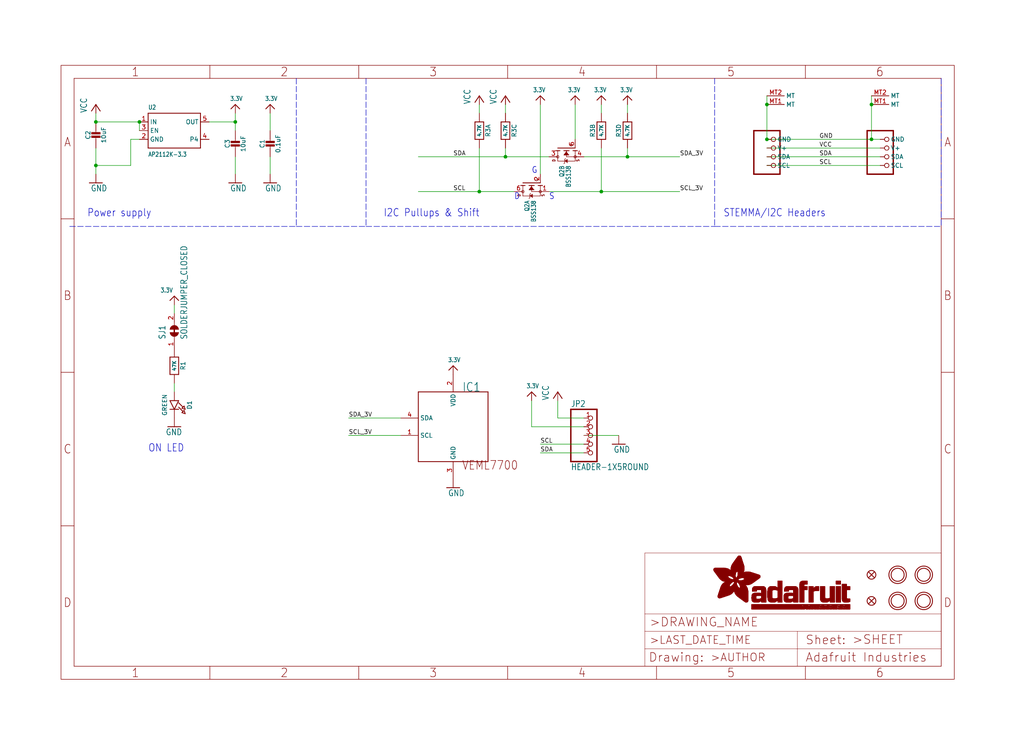
<source format=kicad_sch>
(kicad_sch (version 20211123) (generator eeschema)
  (paper "User" 298.45 217.881)
  (lib_symbols
    (symbol "eagleSchem-eagle-import:3.3V" (power)
      (property "Value" "3.3V" (at -1.524 1.016 0))
      (symbol "3.3V_1_0"
        (pin power_in line (at 0 -2.54 90) (length 2.54) (name "3.3V") (number "1"))
      )
    )
    (symbol "eagleSchem-eagle-import:CAP_CERAMIC0603_NO"
      (property "Reference" "C" (at -2.29 1.25 90))
      (property "Value" "CAP_CERAMIC0603_NO" (at 2.3 1.25 90))
      (symbol "CAP_CERAMIC0603_NO_1_0"
        (pin passive line (at 0 5.08 270) (length 2.54) (name "1") (number "1"))
        (pin passive line (at 0 -2.54 90) (length 2.54) (name "2") (number "2"))
      )
    )
    (symbol "eagleSchem-eagle-import:CAP_CERAMIC0805-NOOUTLINE"
      (property "Reference" "C" (at -2.29 1.25 90))
      (property "Value" "CAP_CERAMIC0805-NOOUTLINE" (at 2.3 1.25 90))
      (symbol "CAP_CERAMIC0805-NOOUTLINE_1_0"
        (pin passive line (at 0 5.08 270) (length 2.54) (name "1") (number "1"))
        (pin passive line (at 0 -2.54 90) (length 2.54) (name "2") (number "2"))
      )
    )
    (symbol "eagleSchem-eagle-import:FIDUCIAL_1MM")
    (symbol "eagleSchem-eagle-import:FRAME_A4_ADAFRUIT"
      (symbol "FRAME_A4_ADAFRUIT_0_0"
        (text "1" (at 21.6958 1.905 0) (effects (font (size 2.54 2.286))))
        (text "1" (at 21.6958 177.165 0) (effects (font (size 2.54 2.286))))
        (text "2" (at 65.0875 1.905 0) (effects (font (size 2.54 2.286))))
        (text "2" (at 65.0875 177.165 0) (effects (font (size 2.54 2.286))))
        (text "3" (at 108.4792 1.905 0) (effects (font (size 2.54 2.286))))
        (text "3" (at 108.4792 177.165 0) (effects (font (size 2.54 2.286))))
        (text "4" (at 151.8708 1.905 0) (effects (font (size 2.54 2.286))))
        (text "4" (at 151.8708 177.165 0) (effects (font (size 2.54 2.286))))
        (text "5" (at 195.2625 1.905 0) (effects (font (size 2.54 2.286))))
        (text "5" (at 195.2625 177.165 0) (effects (font (size 2.54 2.286))))
        (text "6" (at 238.6542 1.905 0) (effects (font (size 2.54 2.286))))
        (text "6" (at 238.6542 177.165 0) (effects (font (size 2.54 2.286))))
        (text "A" (at 1.905 156.6863 0) (effects (font (size 2.54 2.286))))
        (text "A" (at 258.445 156.6863 0) (effects (font (size 2.54 2.286))))
        (text "B" (at 1.905 111.9188 0) (effects (font (size 2.54 2.286))))
        (text "B" (at 258.445 111.9188 0) (effects (font (size 2.54 2.286))))
        (text "C" (at 1.905 67.1513 0) (effects (font (size 2.54 2.286))))
        (text "C" (at 258.445 67.1513 0) (effects (font (size 2.54 2.286))))
        (text "D" (at 1.905 22.3838 0) (effects (font (size 2.54 2.286))))
        (text "D" (at 258.445 22.3838 0) (effects (font (size 2.54 2.286))))
      )
      (symbol "FRAME_A4_ADAFRUIT_1_0"
        (text ">AUTHOR" (at 189.23 5.08 0) (effects (font (size 2.286 2.286)) (justify left bottom)))
        (text ">DRAWING_NAME" (at 171.45 15.24 0) (effects (font (size 2.54 2.54)) (justify left bottom)))
        (text ">LAST_DATE_TIME" (at 171.45 10.16 0) (effects (font (size 2.286 2.286)) (justify left bottom)))
        (text ">SHEET" (at 230.505 10.16 0) (effects (font (size 2.54 2.54)) (justify left bottom)))
        (text "Adafruit Industries" (at 216.916 4.953 0) (effects (font (size 2.54 2.54)) (justify left bottom)))
        (text "Drawing:" (at 171.196 4.953 0) (effects (font (size 2.54 2.54)) (justify left bottom)))
        (text "Sheet:" (at 216.916 10.033 0) (effects (font (size 2.54 2.54)) (justify left bottom)))
      )
    )
    (symbol "eagleSchem-eagle-import:GND" (power)
      (property "Value" "GND" (at -2.54 -2.54 0))
      (symbol "GND_1_0"
        (pin power_in line (at 0 2.54 270) (length 2.54) (name "GND") (number "1"))
      )
    )
    (symbol "eagleSchem-eagle-import:HEADER-1X5ROUND"
      (property "Reference" "JP" (at -6.35 8.255 0))
      (property "Value" "HEADER-1X5ROUND" (at -6.35 -10.16 0))
      (symbol "HEADER-1X5ROUND_1_0"
        (pin passive inverted (at -2.54 5.08 0) (length 2.54) (name "1") (number "1"))
        (pin passive inverted (at -2.54 2.54 0) (length 2.54) (name "2") (number "2"))
        (pin passive inverted (at -2.54 0 0) (length 2.54) (name "3") (number "3"))
        (pin passive inverted (at -2.54 -2.54 0) (length 2.54) (name "4") (number "4"))
        (pin passive inverted (at -2.54 -5.08 0) (length 2.54) (name "5") (number "5"))
      )
    )
    (symbol "eagleSchem-eagle-import:LED0603_NOOUTLINE"
      (property "Reference" "D" (at -1.27 4.445 0))
      (property "Value" "LED0603_NOOUTLINE" (at -1.27 -2.794 0))
      (symbol "LED0603_NOOUTLINE_1_0"
        (pin passive line (at -5.08 0 0) (length 2.54) (name "A") (number "A"))
        (pin passive line (at 2.54 0 180) (length 2.54) (name "C") (number "C"))
      )
    )
    (symbol "eagleSchem-eagle-import:MOSFET-N_DUAL"
      (property "Reference" "Q" (at 5.08 0.635 0))
      (property "Value" "MOSFET-N_DUAL" (at 5.08 -1.27 0))
      (symbol "MOSFET-N_DUAL_1_0"
        (text "D" (at 3.175 3.175 0) (effects (font (size 0.8128 0.6908)) (justify left bottom)))
        (text "G" (at -1.27 -1.905 0) (effects (font (size 0.8128 0.6908)) (justify left bottom)))
        (text "S" (at 3.175 -3.81 0) (effects (font (size 0.8128 0.6908)) (justify left bottom)))
        (pin bidirectional line (at 2.54 -5.08 90) (length 2.54) (name "S") (number "1"))
        (pin bidirectional line (at -2.54 -2.54 0) (length 2.54) (name "G") (number "2"))
        (pin bidirectional line (at 2.54 5.08 270) (length 2.54) (name "D") (number "6"))
      )
      (symbol "MOSFET-N_DUAL_2_0"
        (text "D" (at 3.175 3.175 0) (effects (font (size 0.8128 0.6908)) (justify left bottom)))
        (text "G" (at -1.27 -1.905 0) (effects (font (size 0.8128 0.6908)) (justify left bottom)))
        (text "S" (at 3.175 -3.81 0) (effects (font (size 0.8128 0.6908)) (justify left bottom)))
        (pin bidirectional line (at 2.54 5.08 270) (length 2.54) (name "D") (number "3"))
        (pin bidirectional line (at 2.54 -5.08 90) (length 2.54) (name "S") (number "4"))
        (pin bidirectional line (at -2.54 -2.54 0) (length 2.54) (name "G") (number "5"))
      )
    )
    (symbol "eagleSchem-eagle-import:MOUNTINGHOLE2.5")
    (symbol "eagleSchem-eagle-import:RESISTOR_0603_NOOUT"
      (property "Reference" "R" (at 0 2.54 0))
      (property "Value" "RESISTOR_0603_NOOUT" (at 0 0 0))
      (symbol "RESISTOR_0603_NOOUT_1_0"
        (pin passive line (at -5.08 0 0) (length 2.54) (name "1") (number "1"))
        (pin passive line (at 5.08 0 180) (length 2.54) (name "2") (number "2"))
      )
    )
    (symbol "eagleSchem-eagle-import:RESISTOR_4PACK"
      (property "Reference" "R" (at 0 2.54 0))
      (property "Value" "RESISTOR_4PACK" (at 0 0 0))
      (symbol "RESISTOR_4PACK_1_0"
        (pin passive line (at -5.08 0 0) (length 2.54) (name "1") (number "1"))
        (pin passive line (at 5.08 0 180) (length 2.54) (name "2") (number "8"))
      )
      (symbol "RESISTOR_4PACK_2_0"
        (pin passive line (at -5.08 0 0) (length 2.54) (name "1") (number "2"))
        (pin passive line (at 5.08 0 180) (length 2.54) (name "2") (number "7"))
      )
      (symbol "RESISTOR_4PACK_3_0"
        (pin passive line (at -5.08 0 0) (length 2.54) (name "1") (number "3"))
        (pin passive line (at 5.08 0 180) (length 2.54) (name "2") (number "6"))
      )
      (symbol "RESISTOR_4PACK_4_0"
        (pin passive line (at -5.08 0 0) (length 2.54) (name "1") (number "4"))
        (pin passive line (at 5.08 0 180) (length 2.54) (name "2") (number "5"))
      )
    )
    (symbol "eagleSchem-eagle-import:SOLDERJUMPER_CLOSED"
      (property "Reference" "SJ" (at -2.54 2.54 0))
      (property "Value" "SOLDERJUMPER_CLOSED" (at -2.54 -3.81 0))
      (symbol "SOLDERJUMPER_CLOSED_1_0"
        (pin passive line (at -5.08 0 0) (length 2.54) (name "1") (number "1"))
        (pin passive line (at 5.08 0 180) (length 2.54) (name "2") (number "2"))
      )
    )
    (symbol "eagleSchem-eagle-import:STEMMA_I2C_QT"
      (symbol "STEMMA_I2C_QT_1_0"
        (pin passive inverted (at 0 5.08 0) (length 2.54) (name "GND") (number "1"))
        (pin passive inverted (at 0 2.54 0) (length 2.54) (name "V+") (number "2"))
        (pin passive inverted (at 0 0 0) (length 2.54) (name "SDA") (number "3"))
        (pin passive inverted (at 0 -2.54 0) (length 2.54) (name "SCL") (number "4"))
      )
      (symbol "STEMMA_I2C_QT_2_0"
        (pin bidirectional line (at 0 0 0) (length 5.08) (name "MT") (number "MT1"))
      )
      (symbol "STEMMA_I2C_QT_3_0"
        (pin bidirectional line (at 0 0 0) (length 5.08) (name "MT") (number "MT2"))
      )
    )
    (symbol "eagleSchem-eagle-import:VCC" (power)
      (property "Value" "VCC" (at -2.54 -2.54 90))
      (symbol "VCC_1_0"
        (pin power_in line (at 0 -2.54 90) (length 2.54) (name "VCC") (number "1"))
      )
    )
    (symbol "eagleSchem-eagle-import:VEML7700"
      (property "Reference" "IC" (at 2.54 10.16 0))
      (symbol "VEML7700_1_0"
        (text "VEML7700" (at 2.54 -12.7 0) (effects (font (size 2.54 2.159)) (justify left bottom)))
        (pin bidirectional line (at -15.24 -2.54 0) (length 5.08) (name "SCL") (number "1"))
        (pin power_in line (at 0 15.24 270) (length 5.08) (name "VDD") (number "2"))
        (pin power_in line (at 0 -15.24 90) (length 5.08) (name "GND") (number "3"))
        (pin bidirectional line (at -15.24 2.54 0) (length 5.08) (name "SDA") (number "4"))
      )
    )
    (symbol "eagleSchem-eagle-import:VREG_SOT23-5"
      (property "Reference" "U" (at -7.62 6.096 0))
      (property "Value" "VREG_SOT23-5" (at -7.62 -7.62 0))
      (symbol "VREG_SOT23-5_1_0"
        (pin power_in line (at -10.16 2.54 0) (length 2.54) (name "IN") (number "1"))
        (pin power_in line (at -10.16 -2.54 0) (length 2.54) (name "GND") (number "2"))
        (pin input line (at -10.16 0 0) (length 2.54) (name "EN") (number "3"))
        (pin bidirectional line (at 10.16 -2.54 180) (length 2.54) (name "P4") (number "4"))
        (pin power_in line (at 10.16 2.54 180) (length 2.54) (name "OUT") (number "5"))
      )
    )
  )
  (junction (at 27.94 48.26))
  (junction (at 68.58 35.56))
  (junction (at 40.64 35.56))
  (junction (at 27.94 35.56))
  (junction (at 223.52 40.64))
  (junction (at 147.32 45.72))
  (junction (at 182.88 45.72))
  (junction (at 254 40.64))
  (junction (at 175.26 55.88))
  (junction (at 139.7 55.88))
  (junction (at 223.52 30.48))
  (junction (at 254 30.48))
  (wire (pts (xy 170.18 129.54) (xy 157.48 129.54)))
  (polyline (pts (xy 20.32 66.04) (xy 86.36 66.04)))
  (wire (pts (xy 162.56 121.92) (xy 162.56 116.84)))
  (wire (pts (xy 256.54 40.64) (xy 254 40.64)))
  (wire (pts (xy 182.88 45.72) (xy 198.12 45.72)))
  (wire (pts (xy 68.58 45.72) (xy 68.58 50.8)))
  (wire (pts (xy 147.32 43.18) (xy 147.32 45.72)))
  (wire (pts (xy 68.58 35.56) (xy 68.58 38.1)))
  (wire (pts (xy 175.26 43.18) (xy 175.26 55.88)))
  (wire (pts (xy 154.94 124.46) (xy 154.94 116.84)))
  (wire (pts (xy 50.8 88.9) (xy 50.8 91.44)))
  (wire (pts (xy 254 27.94) (xy 254 30.48)))
  (polyline (pts (xy 106.68 66.04) (xy 208.28 66.04)))
  (wire (pts (xy 60.96 35.56) (xy 68.58 35.56)))
  (wire (pts (xy 175.26 33.02) (xy 175.26 30.48)))
  (wire (pts (xy 182.88 43.18) (xy 182.88 45.72)))
  (wire (pts (xy 78.74 33.02) (xy 78.74 38.1)))
  (wire (pts (xy 27.94 33.02) (xy 27.94 35.56)))
  (wire (pts (xy 40.64 38.1) (xy 40.64 35.56)))
  (wire (pts (xy 170.18 132.08) (xy 157.48 132.08)))
  (wire (pts (xy 139.7 30.48) (xy 139.7 33.02)))
  (wire (pts (xy 170.18 127) (xy 180.34 127)))
  (wire (pts (xy 68.58 35.56) (xy 68.58 33.02)))
  (wire (pts (xy 223.52 27.94) (xy 223.52 30.48)))
  (wire (pts (xy 223.52 43.18) (xy 256.54 43.18)))
  (wire (pts (xy 160.02 45.72) (xy 147.32 45.72)))
  (wire (pts (xy 157.48 50.8) (xy 157.48 30.48)))
  (wire (pts (xy 175.26 55.88) (xy 198.12 55.88)))
  (wire (pts (xy 160.02 55.88) (xy 175.26 55.88)))
  (polyline (pts (xy 208.28 66.04) (xy 274.32 66.04)))
  (wire (pts (xy 38.1 40.64) (xy 38.1 48.26)))
  (wire (pts (xy 223.52 30.48) (xy 223.52 40.64)))
  (wire (pts (xy 147.32 33.02) (xy 147.32 30.48)))
  (wire (pts (xy 254 40.64) (xy 223.52 40.64)))
  (polyline (pts (xy 86.36 22.86) (xy 86.36 66.04)))
  (wire (pts (xy 147.32 45.72) (xy 121.92 45.72)))
  (polyline (pts (xy 106.68 22.86) (xy 106.68 66.04)))
  (wire (pts (xy 167.64 40.64) (xy 167.64 30.48)))
  (wire (pts (xy 254 30.48) (xy 254 40.64)))
  (wire (pts (xy 223.52 48.26) (xy 256.54 48.26)))
  (wire (pts (xy 170.18 45.72) (xy 182.88 45.72)))
  (wire (pts (xy 40.64 35.56) (xy 27.94 35.56)))
  (wire (pts (xy 256.54 45.72) (xy 223.52 45.72)))
  (wire (pts (xy 139.7 43.18) (xy 139.7 55.88)))
  (wire (pts (xy 139.7 55.88) (xy 121.92 55.88)))
  (wire (pts (xy 38.1 48.26) (xy 27.94 48.26)))
  (wire (pts (xy 149.86 55.88) (xy 139.7 55.88)))
  (wire (pts (xy 27.94 48.26) (xy 27.94 43.18)))
  (wire (pts (xy 101.6 127) (xy 116.84 127)))
  (polyline (pts (xy 86.36 66.04) (xy 106.68 66.04)))
  (wire (pts (xy 40.64 40.64) (xy 38.1 40.64)))
  (wire (pts (xy 182.88 33.02) (xy 182.88 30.48)))
  (wire (pts (xy 78.74 45.72) (xy 78.74 50.8)))
  (wire (pts (xy 170.18 124.46) (xy 154.94 124.46)))
  (wire (pts (xy 50.8 114.3) (xy 50.8 111.76)))
  (wire (pts (xy 116.84 121.92) (xy 101.6 121.92)))
  (wire (pts (xy 170.18 121.92) (xy 162.56 121.92)))
  (wire (pts (xy 27.94 48.26) (xy 27.94 50.8)))
  (polyline (pts (xy 274.32 22.86) (xy 274.32 66.04)))
  (polyline (pts (xy 208.28 22.86) (xy 208.28 66.04)))
  (text "I2C Pullups & Shift" (at 111.76 63.5 180) (effects (font (size 2.1844 1.8567)) (justify left bottom)))
  (text "G" (at 154.94 50.8 180) (effects (font (size 1.778 1.5113)) (justify left bottom)))
  (text "Power supply" (at 25.4 63.5 180) (effects (font (size 2.1844 1.8567)) (justify left bottom)))
  (text "S" (at 160.02 58.42 180) (effects (font (size 1.778 1.5113)) (justify left bottom)))
  (text "D" (at 149.86 58.42 180) (effects (font (size 1.778 1.5113)) (justify left bottom)))
  (text "ON LED" (at 43.18 132.08 180) (effects (font (size 2.1844 1.8567)) (justify left bottom)))
  (text "STEMMA/I2C Headers" (at 210.82 63.5 180) (effects (font (size 2.1844 1.8567)) (justify left bottom)))
  (label "SCL_3V" (at 101.6 127 0) (effects (font (size 1.2446 1.2446))))
  (label "SDA_3V" (at 198.12 45.72 0) (effects (font (size 1.2446 1.2446))))
  (label "SDA" (at 132.08 45.72 0) (effects (font (size 1.2446 1.2446))))
  (label "SCL_3V" (at 198.12 55.88 0) (effects (font (size 1.2446 1.2446))))
  (label "SCL" (at 132.08 55.88 0) (effects (font (size 1.2446 1.2446))))
  (label "SDA_3V" (at 101.6 121.92 0) (effects (font (size 1.2446 1.2446))))
  (label "VCC" (at 238.76 43.18 0) (effects (font (size 1.2446 1.2446))))
  (label "SCL" (at 157.48 129.54 0) (effects (font (size 1.2446 1.2446))))
  (label "SDA" (at 238.76 45.72 0) (effects (font (size 1.2446 1.2446))))
  (label "SCL" (at 238.76 48.26 0) (effects (font (size 1.2446 1.2446))))
  (label "GND" (at 238.76 40.64 0) (effects (font (size 1.2446 1.2446))))
  (label "SDA" (at 157.48 132.08 0) (effects (font (size 1.2446 1.2446))))
  (symbol (lib_id "eagleSchem-eagle-import:LED0603_NOOUTLINE") (at 50.8 119.38 270) (unit 1)
    (property "Reference" "D1" (at 55.245 118.11 0))
    (property "Value" "GREEN" (at 48.006 118.11 0))
    (property "Footprint" "eagleSchem:CHIPLED_0603_NOOUTLINE" (effects hide))
  )
  (symbol (lib_id "eagleSchem-eagle-import:CAP_CERAMIC0805-NOOUTLINE") (at 27.94 40.64 0) (unit 1)
    (property "Reference" "C2" (at 25.65 39.39 90))
    (property "Value" "10uF" (at 30.24 39.39 90))
    (property "Footprint" "eagleSchem:0805-NO" (effects hide))
  )
  (symbol (lib_id "eagleSchem-eagle-import:GND") (at 78.74 53.34 0) (unit 1)
    (property "Reference" "#U$6" (effects hide))
    (property "Value" "GND" (at 77.216 55.88 0) (effects (font (size 1.778 1.5113)) (justify left bottom)))
    (property "Footprint" "eagleSchem:" (effects hide))
  )
  (symbol (lib_id "eagleSchem-eagle-import:3.3V") (at 167.64 27.94 0) (mirror y) (unit 1)
    (property "Reference" "#U$23" (effects hide))
    (property "Value" "3.3V" (at 169.164 26.924 0) (effects (font (size 1.27 1.0795)) (justify left bottom)))
    (property "Footprint" "eagleSchem:" (effects hide))
  )
  (symbol (lib_id "eagleSchem-eagle-import:STEMMA_I2C_QT") (at 223.52 27.94 0) (unit 3)
    (property "Reference" "CONN3" (effects hide))
    (property "Value" "STEMMA_I2C_QT" (effects hide))
    (property "Footprint" "eagleSchem:JST_SH4" (effects hide))
  )
  (symbol (lib_id "eagleSchem-eagle-import:FIDUCIAL_1MM") (at 254 175.26 0) (unit 1)
    (property "Reference" "FID3" (effects hide))
    (property "Value" "FIDUCIAL_1MM" (effects hide))
    (property "Footprint" "eagleSchem:FIDUCIAL_1MM" (effects hide))
  )
  (symbol (lib_id "eagleSchem-eagle-import:CAP_CERAMIC0603_NO") (at 78.74 43.18 0) (unit 1)
    (property "Reference" "C1" (at 76.45 41.93 90))
    (property "Value" "0.1uF" (at 81.04 41.93 90))
    (property "Footprint" "eagleSchem:0603-NO" (effects hide))
  )
  (symbol (lib_id "eagleSchem-eagle-import:MOUNTINGHOLE2.5") (at 261.62 167.64 0) (unit 1)
    (property "Reference" "U$17" (effects hide))
    (property "Value" "MOUNTINGHOLE2.5" (effects hide))
    (property "Footprint" "eagleSchem:MOUNTINGHOLE_2.5_PLATED" (effects hide))
  )
  (symbol (lib_id "eagleSchem-eagle-import:GND") (at 68.58 53.34 0) (unit 1)
    (property "Reference" "#U$5" (effects hide))
    (property "Value" "GND" (at 67.056 55.88 0) (effects (font (size 1.778 1.5113)) (justify left bottom)))
    (property "Footprint" "eagleSchem:" (effects hide))
  )
  (symbol (lib_id "eagleSchem-eagle-import:GND") (at 132.08 142.24 0) (unit 1)
    (property "Reference" "#U$28" (effects hide))
    (property "Value" "GND" (at 130.556 144.78 0) (effects (font (size 1.778 1.5113)) (justify left bottom)))
    (property "Footprint" "eagleSchem:" (effects hide))
  )
  (symbol (lib_id "eagleSchem-eagle-import:3.3V") (at 154.94 114.3 0) (unit 1)
    (property "Reference" "#U$40" (effects hide))
    (property "Value" "3.3V" (at 153.416 113.284 0) (effects (font (size 1.27 1.0795)) (justify left bottom)))
    (property "Footprint" "eagleSchem:" (effects hide))
  )
  (symbol (lib_id "eagleSchem-eagle-import:3.3V") (at 175.26 27.94 0) (mirror y) (unit 1)
    (property "Reference" "#U$24" (effects hide))
    (property "Value" "3.3V" (at 176.784 26.924 0) (effects (font (size 1.27 1.0795)) (justify left bottom)))
    (property "Footprint" "eagleSchem:" (effects hide))
  )
  (symbol (lib_id "eagleSchem-eagle-import:MOSFET-N_DUAL") (at 154.94 53.34 90) (mirror x) (unit 1)
    (property "Reference" "Q2" (at 154.305 58.42 0) (effects (font (size 1.27 1.0795)) (justify left bottom)))
    (property "Value" "BSS138" (at 156.21 58.42 0) (effects (font (size 1.27 1.0795)) (justify left bottom)))
    (property "Footprint" "eagleSchem:SOT363" (effects hide))
  )
  (symbol (lib_id "eagleSchem-eagle-import:3.3V") (at 157.48 27.94 0) (mirror y) (unit 1)
    (property "Reference" "#U$26" (effects hide))
    (property "Value" "3.3V" (at 159.004 26.924 0) (effects (font (size 1.27 1.0795)) (justify left bottom)))
    (property "Footprint" "eagleSchem:" (effects hide))
  )
  (symbol (lib_id "eagleSchem-eagle-import:3.3V") (at 50.8 86.36 0) (unit 1)
    (property "Reference" "#U$3" (effects hide))
    (property "Value" "3.3V" (at 46.736 85.344 0) (effects (font (size 1.27 1.0795)) (justify left bottom)))
    (property "Footprint" "eagleSchem:" (effects hide))
  )
  (symbol (lib_id "eagleSchem-eagle-import:FRAME_A4_ADAFRUIT") (at 17.78 198.12 0) (unit 1)
    (property "Reference" "#U$18" (effects hide))
    (property "Value" "FRAME_A4_ADAFRUIT" (effects hide))
    (property "Footprint" "eagleSchem:" (effects hide))
  )
  (symbol (lib_id "eagleSchem-eagle-import:RESISTOR_4PACK") (at 139.7 38.1 270) (unit 1)
    (property "Reference" "R3" (at 142.24 38.1 0))
    (property "Value" "4.7K" (at 139.7 38.1 0) (effects (font (size 1.016 1.016) bold)))
    (property "Footprint" "eagleSchem:RESPACK_4X0603" (effects hide))
  )
  (symbol (lib_id "eagleSchem-eagle-import:3.3V") (at 78.74 30.48 0) (unit 1)
    (property "Reference" "#U$14" (effects hide))
    (property "Value" "3.3V" (at 77.216 29.464 0) (effects (font (size 1.27 1.0795)) (justify left bottom)))
    (property "Footprint" "eagleSchem:" (effects hide))
  )
  (symbol (lib_id "eagleSchem-eagle-import:3.3V") (at 132.08 106.68 0) (unit 1)
    (property "Reference" "#U$29" (effects hide))
    (property "Value" "3.3V" (at 130.556 105.664 0) (effects (font (size 1.27 1.0795)) (justify left bottom)))
    (property "Footprint" "eagleSchem:" (effects hide))
  )
  (symbol (lib_id "eagleSchem-eagle-import:GND") (at 27.94 53.34 0) (unit 1)
    (property "Reference" "#U$13" (effects hide))
    (property "Value" "GND" (at 26.416 55.88 0) (effects (font (size 1.778 1.5113)) (justify left bottom)))
    (property "Footprint" "eagleSchem:" (effects hide))
  )
  (symbol (lib_id "eagleSchem-eagle-import:GND") (at 180.34 129.54 0) (unit 1)
    (property "Reference" "#U$27" (effects hide))
    (property "Value" "GND" (at 178.816 132.08 0) (effects (font (size 1.778 1.5113)) (justify left bottom)))
    (property "Footprint" "eagleSchem:" (effects hide))
  )
  (symbol (lib_id "eagleSchem-eagle-import:RESISTOR_0603_NOOUT") (at 50.8 106.68 270) (unit 1)
    (property "Reference" "R1" (at 53.34 106.68 0))
    (property "Value" "47K" (at 50.8 106.68 0) (effects (font (size 1.016 1.016) bold)))
    (property "Footprint" "eagleSchem:0603-NO" (effects hide))
  )
  (symbol (lib_id "eagleSchem-eagle-import:VREG_SOT23-5") (at 50.8 38.1 0) (unit 1)
    (property "Reference" "U2" (at 43.18 32.004 0) (effects (font (size 1.27 1.0795)) (justify left bottom)))
    (property "Value" "AP2112K-3.3" (at 43.18 45.72 0) (effects (font (size 1.27 1.0795)) (justify left bottom)))
    (property "Footprint" "eagleSchem:SOT23-5" (effects hide))
  )
  (symbol (lib_id "eagleSchem-eagle-import:HEADER-1X5ROUND") (at 172.72 127 0) (unit 1)
    (property "Reference" "JP2" (at 166.37 118.745 0) (effects (font (size 1.778 1.5113)) (justify left bottom)))
    (property "Value" "HEADER-1X5ROUND" (at 166.37 137.16 0) (effects (font (size 1.778 1.5113)) (justify left bottom)))
    (property "Footprint" "eagleSchem:1X05_ROUND" (effects hide))
  )
  (symbol (lib_id "eagleSchem-eagle-import:STEMMA_I2C_QT") (at 223.52 30.48 0) (unit 2)
    (property "Reference" "CONN3" (effects hide))
    (property "Value" "STEMMA_I2C_QT" (effects hide))
    (property "Footprint" "eagleSchem:JST_SH4" (effects hide))
  )
  (symbol (lib_id "eagleSchem-eagle-import:RESISTOR_4PACK") (at 182.88 38.1 90) (mirror x) (unit 4)
    (property "Reference" "R3" (at 180.34 38.1 0))
    (property "Value" "4.7K" (at 182.88 38.1 0) (effects (font (size 1.016 1.016) bold)))
    (property "Footprint" "eagleSchem:RESPACK_4X0603" (effects hide))
  )
  (symbol (lib_id "eagleSchem-eagle-import:VCC") (at 162.56 114.3 0) (unit 1)
    (property "Reference" "#P+5" (effects hide))
    (property "Value" "VCC" (at 160.02 116.84 90) (effects (font (size 1.778 1.5113)) (justify left bottom)))
    (property "Footprint" "eagleSchem:" (effects hide))
  )
  (symbol (lib_id "eagleSchem-eagle-import:VCC") (at 147.32 27.94 0) (unit 1)
    (property "Reference" "#P+2" (effects hide))
    (property "Value" "VCC" (at 144.78 30.48 90) (effects (font (size 1.778 1.5113)) (justify left bottom)))
    (property "Footprint" "eagleSchem:" (effects hide))
  )
  (symbol (lib_id "eagleSchem-eagle-import:3.3V") (at 68.58 30.48 0) (unit 1)
    (property "Reference" "#U$15" (effects hide))
    (property "Value" "3.3V" (at 67.056 29.464 0) (effects (font (size 1.27 1.0795)) (justify left bottom)))
    (property "Footprint" "eagleSchem:" (effects hide))
  )
  (symbol (lib_id "eagleSchem-eagle-import:VCC") (at 27.94 30.48 0) (unit 1)
    (property "Reference" "#P+3" (effects hide))
    (property "Value" "VCC" (at 25.4 33.02 90) (effects (font (size 1.778 1.5113)) (justify left bottom)))
    (property "Footprint" "eagleSchem:" (effects hide))
  )
  (symbol (lib_id "eagleSchem-eagle-import:MOSFET-N_DUAL") (at 165.1 43.18 90) (mirror x) (unit 2)
    (property "Reference" "Q2" (at 164.465 48.26 0) (effects (font (size 1.27 1.0795)) (justify left bottom)))
    (property "Value" "BSS138" (at 166.37 48.26 0) (effects (font (size 1.27 1.0795)) (justify left bottom)))
    (property "Footprint" "eagleSchem:SOT363" (effects hide))
  )
  (symbol (lib_id "eagleSchem-eagle-import:FIDUCIAL_1MM") (at 254 167.64 0) (unit 1)
    (property "Reference" "FID4" (effects hide))
    (property "Value" "FIDUCIAL_1MM" (effects hide))
    (property "Footprint" "eagleSchem:FIDUCIAL_1MM" (effects hide))
  )
  (symbol (lib_id "eagleSchem-eagle-import:MOUNTINGHOLE2.5") (at 269.24 175.26 0) (unit 1)
    (property "Reference" "U$21" (effects hide))
    (property "Value" "MOUNTINGHOLE2.5" (effects hide))
    (property "Footprint" "eagleSchem:MOUNTINGHOLE_2.5_PLATED" (effects hide))
  )
  (symbol (lib_id "eagleSchem-eagle-import:VEML7700") (at 132.08 124.46 0) (unit 1)
    (property "Reference" "IC1" (at 134.62 114.3 0) (effects (font (size 2.54 2.159)) (justify left bottom)))
    (property "Value" "VEML7700" (effects hide))
    (property "Footprint" "eagleSchem:VEML7700" (effects hide))
  )
  (symbol (lib_id "eagleSchem-eagle-import:STEMMA_I2C_QT") (at 254 27.94 0) (unit 3)
    (property "Reference" "CONN4" (effects hide))
    (property "Value" "STEMMA_I2C_QT" (effects hide))
    (property "Footprint" "eagleSchem:JST_SH4" (effects hide))
  )
  (symbol (lib_id "eagleSchem-eagle-import:GND") (at 50.8 124.46 0) (unit 1)
    (property "Reference" "#GND6" (effects hide))
    (property "Value" "GND" (at 48.26 127 0) (effects (font (size 1.778 1.5113)) (justify left bottom)))
    (property "Footprint" "eagleSchem:" (effects hide))
  )
  (symbol (lib_id "eagleSchem-eagle-import:RESISTOR_4PACK") (at 175.26 38.1 90) (mirror x) (unit 2)
    (property "Reference" "R3" (at 172.72 38.1 0))
    (property "Value" "4.7K" (at 175.26 38.1 0) (effects (font (size 1.016 1.016) bold)))
    (property "Footprint" "eagleSchem:RESPACK_4X0603" (effects hide))
  )
  (symbol (lib_id "eagleSchem-eagle-import:STEMMA_I2C_QT") (at 223.52 45.72 0) (unit 1)
    (property "Reference" "CONN3" (effects hide))
    (property "Value" "STEMMA_I2C_QT" (effects hide))
    (property "Footprint" "eagleSchem:JST_SH4" (effects hide))
  )
  (symbol (lib_id "eagleSchem-eagle-import:MOUNTINGHOLE2.5") (at 261.62 175.26 0) (unit 1)
    (property "Reference" "U$1" (effects hide))
    (property "Value" "MOUNTINGHOLE2.5" (effects hide))
    (property "Footprint" "eagleSchem:MOUNTINGHOLE_2.5_PLATED" (effects hide))
  )
  (symbol (lib_id "eagleSchem-eagle-import:MOUNTINGHOLE2.5") (at 269.24 167.64 0) (unit 1)
    (property "Reference" "U$19" (effects hide))
    (property "Value" "MOUNTINGHOLE2.5" (effects hide))
    (property "Footprint" "eagleSchem:MOUNTINGHOLE_2.5_PLATED" (effects hide))
  )
  (symbol (lib_id "eagleSchem-eagle-import:STEMMA_I2C_QT") (at 256.54 45.72 0) (unit 1)
    (property "Reference" "CONN4" (effects hide))
    (property "Value" "STEMMA_I2C_QT" (effects hide))
    (property "Footprint" "eagleSchem:JST_SH4" (effects hide))
  )
  (symbol (lib_id "eagleSchem-eagle-import:CAP_CERAMIC0805-NOOUTLINE") (at 68.58 43.18 0) (unit 1)
    (property "Reference" "C3" (at 66.29 41.93 90))
    (property "Value" "10uF" (at 70.88 41.93 90))
    (property "Footprint" "eagleSchem:0805-NO" (effects hide))
  )
  (symbol (lib_id "eagleSchem-eagle-import:3.3V") (at 182.88 27.94 0) (mirror y) (unit 1)
    (property "Reference" "#U$7" (effects hide))
    (property "Value" "3.3V" (at 184.404 26.924 0) (effects (font (size 1.27 1.0795)) (justify left bottom)))
    (property "Footprint" "eagleSchem:" (effects hide))
  )
  (symbol (lib_id "eagleSchem-eagle-import:RESISTOR_4PACK") (at 147.32 38.1 270) (unit 3)
    (property "Reference" "R3" (at 149.86 38.1 0))
    (property "Value" "4.7K" (at 147.32 38.1 0) (effects (font (size 1.016 1.016) bold)))
    (property "Footprint" "eagleSchem:RESPACK_4X0603" (effects hide))
  )
  (symbol (lib_id "eagleSchem-eagle-import:SOLDERJUMPER_CLOSED") (at 50.8 96.52 90) (unit 1)
    (property "Reference" "SJ1" (at 48.26 99.06 0) (effects (font (size 1.778 1.5113)) (justify left bottom)))
    (property "Value" "SOLDERJUMPER_CLOSED" (at 54.61 99.06 0) (effects (font (size 1.778 1.5113)) (justify left bottom)))
    (property "Footprint" "eagleSchem:SOLDERJUMPER_CLOSEDWIRE" (effects hide))
  )
  (symbol (lib_id "eagleSchem-eagle-import:STEMMA_I2C_QT") (at 254 30.48 0) (unit 2)
    (property "Reference" "CONN4" (effects hide))
    (property "Value" "STEMMA_I2C_QT" (effects hide))
    (property "Footprint" "eagleSchem:JST_SH4" (effects hide))
  )
  (symbol (lib_id "eagleSchem-eagle-import:VCC") (at 139.7 27.94 0) (unit 1)
    (property "Reference" "#P+1" (effects hide))
    (property "Value" "VCC" (at 137.16 30.48 90) (effects (font (size 1.778 1.5113)) (justify left bottom)))
    (property "Footprint" "eagleSchem:" (effects hide))
  )
)
</source>
